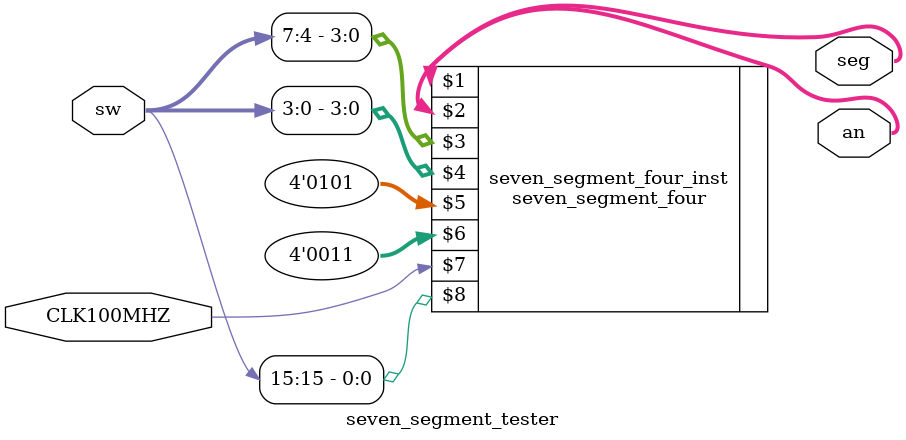
<source format=sv>
`timescale 1ns / 1ps

module seven_segment_tester(an,seg,CLK100MHZ,sw);
input CLK100MHZ;
input [15:0] sw;
output logic [3:0] an;
output logic [6:0] seg;

seven_segment_four seven_segment_four_inst(seg,an,sw[7:4],sw[3:0],4'd5,4'd3,CLK100MHZ,sw[15]);

endmodule

</source>
